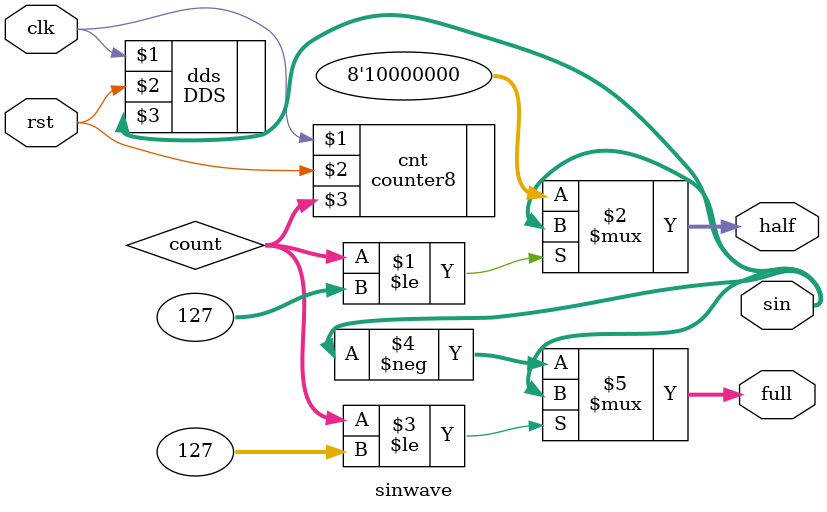
<source format=v>

module sinwave(clk,rst,sin,half,full);
  input clk,rst;
  output [7:0] sin;
  output [7:0] half;
  output [7:0] full;
  wire [7:0] count;
  counter8 cnt(clk,rst,count);
  DDS dds(clk,rst,sin);
  assign half = (count<=127)?sin:8'd128;
  assign full = (count<=127)?sin:-sin;
endmodule


</source>
